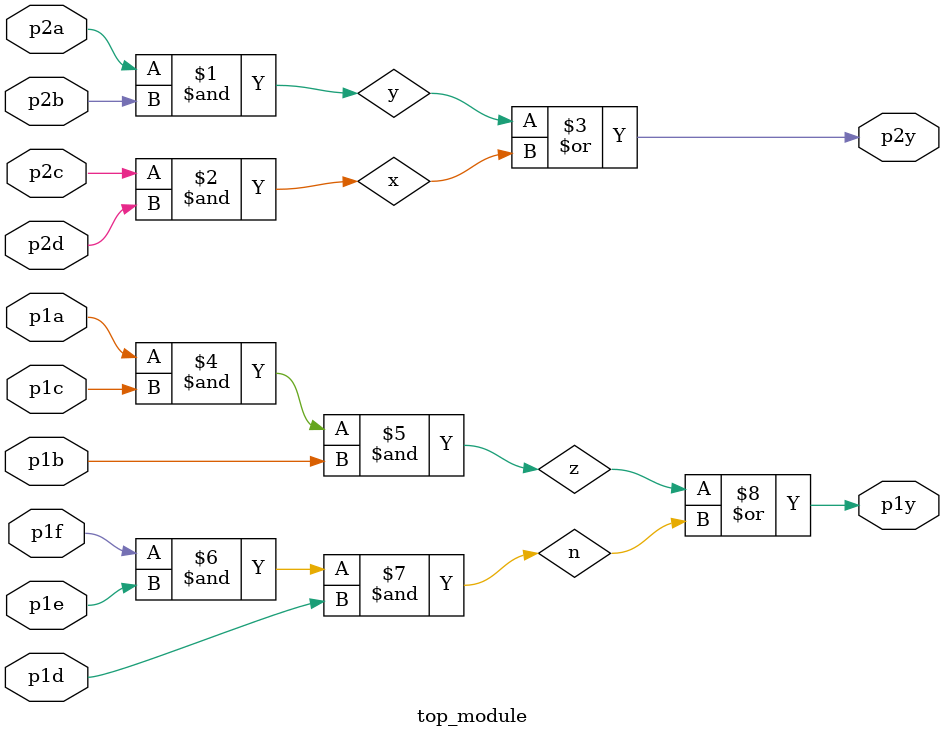
<source format=v>
module top_module ( 
    input p1a, p1b, p1c, p1d, p1e, p1f,
    output p1y,
    input p2a, p2b, p2c, p2d,
    output p2y );
wire x,y,z,n;
    assign y= p2a&p2b;
    assign x= p2c&p2d;
    assign p2y= y|x;
    and(z,p1a,p1c,p1b);
    and(n,p1f,p1e,p1d);
    assign p1y= z|n;

endmodule

</source>
